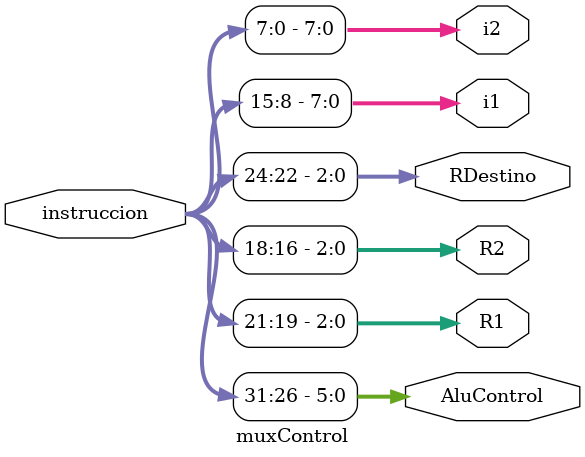
<source format=sv>
module muxControl(
		input logic [31:0]instruccion,
		output logic [5:0]AluControl,
		output logic [2:0]R1,
		output logic [2:0]R2,
		output logic [2:0]RDestino,
		output logic [7:0] i1,//inmediatos
		output logic [7:0] i2 //inmediatos
		);
		
		always@(*)begin
			AluControl =  instruccion[31:26];
			RDestino = instruccion[24:22];
			R1 = instruccion[21:19];
			R2 = instruccion[18:16];
			i1 = instruccion[15:8];
			i2 = instruccion[7:0];
		end
		
endmodule
</source>
